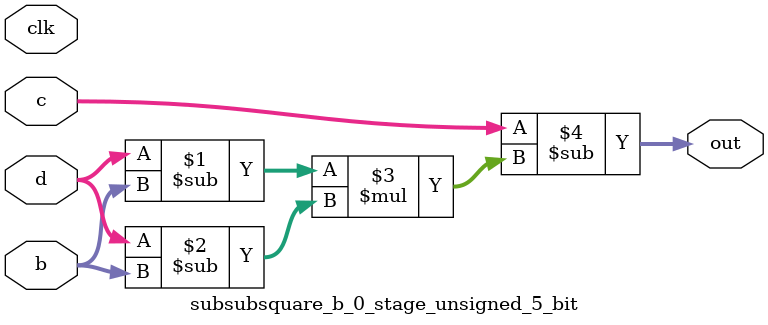
<source format=sv>
(* use_dsp = "yes" *) module subsubsquare_b_0_stage_unsigned_5_bit(
	input  [4:0] b,
	input  [4:0] c,
	input  [4:0] d,
	output [4:0] out,
	input clk);

	assign out = c - ((d - b) * (d - b));
endmodule

</source>
